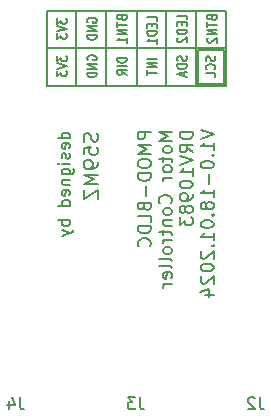
<source format=gbo>
G04 #@! TF.GenerationSoftware,KiCad,Pcbnew,7.0.9-7.0.9~ubuntu20.04.1*
G04 #@! TF.CreationDate,2024-01-18T00:40:07+01:00*
G04 #@! TF.ProjectId,kicad-pmod_bldc,6b696361-642d-4706-9d6f-645f626c6463,1.0*
G04 #@! TF.SameCoordinates,Original*
G04 #@! TF.FileFunction,Legend,Bot*
G04 #@! TF.FilePolarity,Positive*
%FSLAX46Y46*%
G04 Gerber Fmt 4.6, Leading zero omitted, Abs format (unit mm)*
G04 Created by KiCad (PCBNEW 7.0.9-7.0.9~ubuntu20.04.1) date 2024-01-18 00:40:07*
%MOMM*%
%LPD*%
G01*
G04 APERTURE LIST*
%ADD10C,0.200000*%
%ADD11C,0.150000*%
%ADD12R,1.700000X1.700000*%
%ADD13O,1.700000X1.700000*%
%ADD14R,3.000000X3.000000*%
%ADD15C,3.000000*%
G04 APERTURE END LIST*
D10*
X110910600Y-70083149D02*
X110967742Y-70254578D01*
X110967742Y-70254578D02*
X110967742Y-70540292D01*
X110967742Y-70540292D02*
X110910600Y-70654578D01*
X110910600Y-70654578D02*
X110853457Y-70711720D01*
X110853457Y-70711720D02*
X110739171Y-70768863D01*
X110739171Y-70768863D02*
X110624885Y-70768863D01*
X110624885Y-70768863D02*
X110510600Y-70711720D01*
X110510600Y-70711720D02*
X110453457Y-70654578D01*
X110453457Y-70654578D02*
X110396314Y-70540292D01*
X110396314Y-70540292D02*
X110339171Y-70311720D01*
X110339171Y-70311720D02*
X110282028Y-70197435D01*
X110282028Y-70197435D02*
X110224885Y-70140292D01*
X110224885Y-70140292D02*
X110110600Y-70083149D01*
X110110600Y-70083149D02*
X109996314Y-70083149D01*
X109996314Y-70083149D02*
X109882028Y-70140292D01*
X109882028Y-70140292D02*
X109824885Y-70197435D01*
X109824885Y-70197435D02*
X109767742Y-70311720D01*
X109767742Y-70311720D02*
X109767742Y-70597435D01*
X109767742Y-70597435D02*
X109824885Y-70768863D01*
X109767742Y-71854577D02*
X109767742Y-71283149D01*
X109767742Y-71283149D02*
X110339171Y-71226006D01*
X110339171Y-71226006D02*
X110282028Y-71283149D01*
X110282028Y-71283149D02*
X110224885Y-71397435D01*
X110224885Y-71397435D02*
X110224885Y-71683149D01*
X110224885Y-71683149D02*
X110282028Y-71797435D01*
X110282028Y-71797435D02*
X110339171Y-71854577D01*
X110339171Y-71854577D02*
X110453457Y-71911720D01*
X110453457Y-71911720D02*
X110739171Y-71911720D01*
X110739171Y-71911720D02*
X110853457Y-71854577D01*
X110853457Y-71854577D02*
X110910600Y-71797435D01*
X110910600Y-71797435D02*
X110967742Y-71683149D01*
X110967742Y-71683149D02*
X110967742Y-71397435D01*
X110967742Y-71397435D02*
X110910600Y-71283149D01*
X110910600Y-71283149D02*
X110853457Y-71226006D01*
X110967742Y-72483149D02*
X110967742Y-72711720D01*
X110967742Y-72711720D02*
X110910600Y-72826006D01*
X110910600Y-72826006D02*
X110853457Y-72883149D01*
X110853457Y-72883149D02*
X110682028Y-72997434D01*
X110682028Y-72997434D02*
X110453457Y-73054577D01*
X110453457Y-73054577D02*
X109996314Y-73054577D01*
X109996314Y-73054577D02*
X109882028Y-72997434D01*
X109882028Y-72997434D02*
X109824885Y-72940292D01*
X109824885Y-72940292D02*
X109767742Y-72826006D01*
X109767742Y-72826006D02*
X109767742Y-72597434D01*
X109767742Y-72597434D02*
X109824885Y-72483149D01*
X109824885Y-72483149D02*
X109882028Y-72426006D01*
X109882028Y-72426006D02*
X109996314Y-72368863D01*
X109996314Y-72368863D02*
X110282028Y-72368863D01*
X110282028Y-72368863D02*
X110396314Y-72426006D01*
X110396314Y-72426006D02*
X110453457Y-72483149D01*
X110453457Y-72483149D02*
X110510600Y-72597434D01*
X110510600Y-72597434D02*
X110510600Y-72826006D01*
X110510600Y-72826006D02*
X110453457Y-72940292D01*
X110453457Y-72940292D02*
X110396314Y-72997434D01*
X110396314Y-72997434D02*
X110282028Y-73054577D01*
X110967742Y-73568863D02*
X109767742Y-73568863D01*
X109767742Y-73568863D02*
X110624885Y-73968863D01*
X110624885Y-73968863D02*
X109767742Y-74368863D01*
X109767742Y-74368863D02*
X110967742Y-74368863D01*
X109767742Y-74826006D02*
X109767742Y-75626006D01*
X109767742Y-75626006D02*
X110967742Y-74826006D01*
X110967742Y-74826006D02*
X110967742Y-75626006D01*
D11*
X108581819Y-70488350D02*
X107581819Y-70488350D01*
X108534200Y-70488350D02*
X108581819Y-70393112D01*
X108581819Y-70393112D02*
X108581819Y-70202636D01*
X108581819Y-70202636D02*
X108534200Y-70107398D01*
X108534200Y-70107398D02*
X108486580Y-70059779D01*
X108486580Y-70059779D02*
X108391342Y-70012160D01*
X108391342Y-70012160D02*
X108105628Y-70012160D01*
X108105628Y-70012160D02*
X108010390Y-70059779D01*
X108010390Y-70059779D02*
X107962771Y-70107398D01*
X107962771Y-70107398D02*
X107915152Y-70202636D01*
X107915152Y-70202636D02*
X107915152Y-70393112D01*
X107915152Y-70393112D02*
X107962771Y-70488350D01*
X108534200Y-71345493D02*
X108581819Y-71250255D01*
X108581819Y-71250255D02*
X108581819Y-71059779D01*
X108581819Y-71059779D02*
X108534200Y-70964541D01*
X108534200Y-70964541D02*
X108438961Y-70916922D01*
X108438961Y-70916922D02*
X108058009Y-70916922D01*
X108058009Y-70916922D02*
X107962771Y-70964541D01*
X107962771Y-70964541D02*
X107915152Y-71059779D01*
X107915152Y-71059779D02*
X107915152Y-71250255D01*
X107915152Y-71250255D02*
X107962771Y-71345493D01*
X107962771Y-71345493D02*
X108058009Y-71393112D01*
X108058009Y-71393112D02*
X108153247Y-71393112D01*
X108153247Y-71393112D02*
X108248485Y-70916922D01*
X108534200Y-71774065D02*
X108581819Y-71869303D01*
X108581819Y-71869303D02*
X108581819Y-72059779D01*
X108581819Y-72059779D02*
X108534200Y-72155017D01*
X108534200Y-72155017D02*
X108438961Y-72202636D01*
X108438961Y-72202636D02*
X108391342Y-72202636D01*
X108391342Y-72202636D02*
X108296104Y-72155017D01*
X108296104Y-72155017D02*
X108248485Y-72059779D01*
X108248485Y-72059779D02*
X108248485Y-71916922D01*
X108248485Y-71916922D02*
X108200866Y-71821684D01*
X108200866Y-71821684D02*
X108105628Y-71774065D01*
X108105628Y-71774065D02*
X108058009Y-71774065D01*
X108058009Y-71774065D02*
X107962771Y-71821684D01*
X107962771Y-71821684D02*
X107915152Y-71916922D01*
X107915152Y-71916922D02*
X107915152Y-72059779D01*
X107915152Y-72059779D02*
X107962771Y-72155017D01*
X108581819Y-72631208D02*
X107915152Y-72631208D01*
X107581819Y-72631208D02*
X107629438Y-72583589D01*
X107629438Y-72583589D02*
X107677057Y-72631208D01*
X107677057Y-72631208D02*
X107629438Y-72678827D01*
X107629438Y-72678827D02*
X107581819Y-72631208D01*
X107581819Y-72631208D02*
X107677057Y-72631208D01*
X107915152Y-73535969D02*
X108724676Y-73535969D01*
X108724676Y-73535969D02*
X108819914Y-73488350D01*
X108819914Y-73488350D02*
X108867533Y-73440731D01*
X108867533Y-73440731D02*
X108915152Y-73345493D01*
X108915152Y-73345493D02*
X108915152Y-73202636D01*
X108915152Y-73202636D02*
X108867533Y-73107398D01*
X108534200Y-73535969D02*
X108581819Y-73440731D01*
X108581819Y-73440731D02*
X108581819Y-73250255D01*
X108581819Y-73250255D02*
X108534200Y-73155017D01*
X108534200Y-73155017D02*
X108486580Y-73107398D01*
X108486580Y-73107398D02*
X108391342Y-73059779D01*
X108391342Y-73059779D02*
X108105628Y-73059779D01*
X108105628Y-73059779D02*
X108010390Y-73107398D01*
X108010390Y-73107398D02*
X107962771Y-73155017D01*
X107962771Y-73155017D02*
X107915152Y-73250255D01*
X107915152Y-73250255D02*
X107915152Y-73440731D01*
X107915152Y-73440731D02*
X107962771Y-73535969D01*
X107915152Y-74012160D02*
X108581819Y-74012160D01*
X108010390Y-74012160D02*
X107962771Y-74059779D01*
X107962771Y-74059779D02*
X107915152Y-74155017D01*
X107915152Y-74155017D02*
X107915152Y-74297874D01*
X107915152Y-74297874D02*
X107962771Y-74393112D01*
X107962771Y-74393112D02*
X108058009Y-74440731D01*
X108058009Y-74440731D02*
X108581819Y-74440731D01*
X108534200Y-75297874D02*
X108581819Y-75202636D01*
X108581819Y-75202636D02*
X108581819Y-75012160D01*
X108581819Y-75012160D02*
X108534200Y-74916922D01*
X108534200Y-74916922D02*
X108438961Y-74869303D01*
X108438961Y-74869303D02*
X108058009Y-74869303D01*
X108058009Y-74869303D02*
X107962771Y-74916922D01*
X107962771Y-74916922D02*
X107915152Y-75012160D01*
X107915152Y-75012160D02*
X107915152Y-75202636D01*
X107915152Y-75202636D02*
X107962771Y-75297874D01*
X107962771Y-75297874D02*
X108058009Y-75345493D01*
X108058009Y-75345493D02*
X108153247Y-75345493D01*
X108153247Y-75345493D02*
X108248485Y-74869303D01*
X108581819Y-76202636D02*
X107581819Y-76202636D01*
X108534200Y-76202636D02*
X108581819Y-76107398D01*
X108581819Y-76107398D02*
X108581819Y-75916922D01*
X108581819Y-75916922D02*
X108534200Y-75821684D01*
X108534200Y-75821684D02*
X108486580Y-75774065D01*
X108486580Y-75774065D02*
X108391342Y-75726446D01*
X108391342Y-75726446D02*
X108105628Y-75726446D01*
X108105628Y-75726446D02*
X108010390Y-75774065D01*
X108010390Y-75774065D02*
X107962771Y-75821684D01*
X107962771Y-75821684D02*
X107915152Y-75916922D01*
X107915152Y-75916922D02*
X107915152Y-76107398D01*
X107915152Y-76107398D02*
X107962771Y-76202636D01*
X108581819Y-77440732D02*
X107581819Y-77440732D01*
X107962771Y-77440732D02*
X107915152Y-77535970D01*
X107915152Y-77535970D02*
X107915152Y-77726446D01*
X107915152Y-77726446D02*
X107962771Y-77821684D01*
X107962771Y-77821684D02*
X108010390Y-77869303D01*
X108010390Y-77869303D02*
X108105628Y-77916922D01*
X108105628Y-77916922D02*
X108391342Y-77916922D01*
X108391342Y-77916922D02*
X108486580Y-77869303D01*
X108486580Y-77869303D02*
X108534200Y-77821684D01*
X108534200Y-77821684D02*
X108581819Y-77726446D01*
X108581819Y-77726446D02*
X108581819Y-77535970D01*
X108581819Y-77535970D02*
X108534200Y-77440732D01*
X107915152Y-78250256D02*
X108581819Y-78488351D01*
X107915152Y-78726446D02*
X108581819Y-78488351D01*
X108581819Y-78488351D02*
X108819914Y-78393113D01*
X108819914Y-78393113D02*
X108867533Y-78345494D01*
X108867533Y-78345494D02*
X108915152Y-78250256D01*
X115448580Y-69956588D02*
X114348580Y-69956588D01*
X114348580Y-69956588D02*
X114348580Y-70375636D01*
X114348580Y-70375636D02*
X114400961Y-70480398D01*
X114400961Y-70480398D02*
X114453342Y-70532779D01*
X114453342Y-70532779D02*
X114558104Y-70585160D01*
X114558104Y-70585160D02*
X114715247Y-70585160D01*
X114715247Y-70585160D02*
X114820009Y-70532779D01*
X114820009Y-70532779D02*
X114872390Y-70480398D01*
X114872390Y-70480398D02*
X114924771Y-70375636D01*
X114924771Y-70375636D02*
X114924771Y-69956588D01*
X115448580Y-71056588D02*
X114348580Y-71056588D01*
X114348580Y-71056588D02*
X115134295Y-71423255D01*
X115134295Y-71423255D02*
X114348580Y-71789922D01*
X114348580Y-71789922D02*
X115448580Y-71789922D01*
X114348580Y-72523255D02*
X114348580Y-72732779D01*
X114348580Y-72732779D02*
X114400961Y-72837541D01*
X114400961Y-72837541D02*
X114505723Y-72942303D01*
X114505723Y-72942303D02*
X114715247Y-72994684D01*
X114715247Y-72994684D02*
X115081914Y-72994684D01*
X115081914Y-72994684D02*
X115291438Y-72942303D01*
X115291438Y-72942303D02*
X115396200Y-72837541D01*
X115396200Y-72837541D02*
X115448580Y-72732779D01*
X115448580Y-72732779D02*
X115448580Y-72523255D01*
X115448580Y-72523255D02*
X115396200Y-72418493D01*
X115396200Y-72418493D02*
X115291438Y-72313731D01*
X115291438Y-72313731D02*
X115081914Y-72261350D01*
X115081914Y-72261350D02*
X114715247Y-72261350D01*
X114715247Y-72261350D02*
X114505723Y-72313731D01*
X114505723Y-72313731D02*
X114400961Y-72418493D01*
X114400961Y-72418493D02*
X114348580Y-72523255D01*
X115448580Y-73466112D02*
X114348580Y-73466112D01*
X114348580Y-73466112D02*
X114348580Y-73728017D01*
X114348580Y-73728017D02*
X114400961Y-73885160D01*
X114400961Y-73885160D02*
X114505723Y-73989922D01*
X114505723Y-73989922D02*
X114610485Y-74042303D01*
X114610485Y-74042303D02*
X114820009Y-74094684D01*
X114820009Y-74094684D02*
X114977152Y-74094684D01*
X114977152Y-74094684D02*
X115186676Y-74042303D01*
X115186676Y-74042303D02*
X115291438Y-73989922D01*
X115291438Y-73989922D02*
X115396200Y-73885160D01*
X115396200Y-73885160D02*
X115448580Y-73728017D01*
X115448580Y-73728017D02*
X115448580Y-73466112D01*
X115029533Y-74566112D02*
X115029533Y-75404208D01*
X114872390Y-76294684D02*
X114924771Y-76451827D01*
X114924771Y-76451827D02*
X114977152Y-76504208D01*
X114977152Y-76504208D02*
X115081914Y-76556589D01*
X115081914Y-76556589D02*
X115239057Y-76556589D01*
X115239057Y-76556589D02*
X115343819Y-76504208D01*
X115343819Y-76504208D02*
X115396200Y-76451827D01*
X115396200Y-76451827D02*
X115448580Y-76347065D01*
X115448580Y-76347065D02*
X115448580Y-75928017D01*
X115448580Y-75928017D02*
X114348580Y-75928017D01*
X114348580Y-75928017D02*
X114348580Y-76294684D01*
X114348580Y-76294684D02*
X114400961Y-76399446D01*
X114400961Y-76399446D02*
X114453342Y-76451827D01*
X114453342Y-76451827D02*
X114558104Y-76504208D01*
X114558104Y-76504208D02*
X114662866Y-76504208D01*
X114662866Y-76504208D02*
X114767628Y-76451827D01*
X114767628Y-76451827D02*
X114820009Y-76399446D01*
X114820009Y-76399446D02*
X114872390Y-76294684D01*
X114872390Y-76294684D02*
X114872390Y-75928017D01*
X115448580Y-77551827D02*
X115448580Y-77028017D01*
X115448580Y-77028017D02*
X114348580Y-77028017D01*
X115448580Y-77918493D02*
X114348580Y-77918493D01*
X114348580Y-77918493D02*
X114348580Y-78180398D01*
X114348580Y-78180398D02*
X114400961Y-78337541D01*
X114400961Y-78337541D02*
X114505723Y-78442303D01*
X114505723Y-78442303D02*
X114610485Y-78494684D01*
X114610485Y-78494684D02*
X114820009Y-78547065D01*
X114820009Y-78547065D02*
X114977152Y-78547065D01*
X114977152Y-78547065D02*
X115186676Y-78494684D01*
X115186676Y-78494684D02*
X115291438Y-78442303D01*
X115291438Y-78442303D02*
X115396200Y-78337541D01*
X115396200Y-78337541D02*
X115448580Y-78180398D01*
X115448580Y-78180398D02*
X115448580Y-77918493D01*
X115343819Y-79647065D02*
X115396200Y-79594684D01*
X115396200Y-79594684D02*
X115448580Y-79437541D01*
X115448580Y-79437541D02*
X115448580Y-79332779D01*
X115448580Y-79332779D02*
X115396200Y-79175636D01*
X115396200Y-79175636D02*
X115291438Y-79070874D01*
X115291438Y-79070874D02*
X115186676Y-79018493D01*
X115186676Y-79018493D02*
X114977152Y-78966112D01*
X114977152Y-78966112D02*
X114820009Y-78966112D01*
X114820009Y-78966112D02*
X114610485Y-79018493D01*
X114610485Y-79018493D02*
X114505723Y-79070874D01*
X114505723Y-79070874D02*
X114400961Y-79175636D01*
X114400961Y-79175636D02*
X114348580Y-79332779D01*
X114348580Y-79332779D02*
X114348580Y-79437541D01*
X114348580Y-79437541D02*
X114400961Y-79594684D01*
X114400961Y-79594684D02*
X114453342Y-79647065D01*
X117219580Y-69956588D02*
X116119580Y-69956588D01*
X116119580Y-69956588D02*
X116905295Y-70323255D01*
X116905295Y-70323255D02*
X116119580Y-70689922D01*
X116119580Y-70689922D02*
X117219580Y-70689922D01*
X117219580Y-71370874D02*
X117167200Y-71266112D01*
X117167200Y-71266112D02*
X117114819Y-71213731D01*
X117114819Y-71213731D02*
X117010057Y-71161350D01*
X117010057Y-71161350D02*
X116695771Y-71161350D01*
X116695771Y-71161350D02*
X116591009Y-71213731D01*
X116591009Y-71213731D02*
X116538628Y-71266112D01*
X116538628Y-71266112D02*
X116486247Y-71370874D01*
X116486247Y-71370874D02*
X116486247Y-71528017D01*
X116486247Y-71528017D02*
X116538628Y-71632779D01*
X116538628Y-71632779D02*
X116591009Y-71685160D01*
X116591009Y-71685160D02*
X116695771Y-71737541D01*
X116695771Y-71737541D02*
X117010057Y-71737541D01*
X117010057Y-71737541D02*
X117114819Y-71685160D01*
X117114819Y-71685160D02*
X117167200Y-71632779D01*
X117167200Y-71632779D02*
X117219580Y-71528017D01*
X117219580Y-71528017D02*
X117219580Y-71370874D01*
X116486247Y-72051826D02*
X116486247Y-72470874D01*
X116119580Y-72208969D02*
X117062438Y-72208969D01*
X117062438Y-72208969D02*
X117167200Y-72261350D01*
X117167200Y-72261350D02*
X117219580Y-72366112D01*
X117219580Y-72366112D02*
X117219580Y-72470874D01*
X117219580Y-72994683D02*
X117167200Y-72889921D01*
X117167200Y-72889921D02*
X117114819Y-72837540D01*
X117114819Y-72837540D02*
X117010057Y-72785159D01*
X117010057Y-72785159D02*
X116695771Y-72785159D01*
X116695771Y-72785159D02*
X116591009Y-72837540D01*
X116591009Y-72837540D02*
X116538628Y-72889921D01*
X116538628Y-72889921D02*
X116486247Y-72994683D01*
X116486247Y-72994683D02*
X116486247Y-73151826D01*
X116486247Y-73151826D02*
X116538628Y-73256588D01*
X116538628Y-73256588D02*
X116591009Y-73308969D01*
X116591009Y-73308969D02*
X116695771Y-73361350D01*
X116695771Y-73361350D02*
X117010057Y-73361350D01*
X117010057Y-73361350D02*
X117114819Y-73308969D01*
X117114819Y-73308969D02*
X117167200Y-73256588D01*
X117167200Y-73256588D02*
X117219580Y-73151826D01*
X117219580Y-73151826D02*
X117219580Y-72994683D01*
X117219580Y-73832778D02*
X116486247Y-73832778D01*
X116695771Y-73832778D02*
X116591009Y-73885159D01*
X116591009Y-73885159D02*
X116538628Y-73937540D01*
X116538628Y-73937540D02*
X116486247Y-74042302D01*
X116486247Y-74042302D02*
X116486247Y-74147064D01*
X117114819Y-75980397D02*
X117167200Y-75928016D01*
X117167200Y-75928016D02*
X117219580Y-75770873D01*
X117219580Y-75770873D02*
X117219580Y-75666111D01*
X117219580Y-75666111D02*
X117167200Y-75508968D01*
X117167200Y-75508968D02*
X117062438Y-75404206D01*
X117062438Y-75404206D02*
X116957676Y-75351825D01*
X116957676Y-75351825D02*
X116748152Y-75299444D01*
X116748152Y-75299444D02*
X116591009Y-75299444D01*
X116591009Y-75299444D02*
X116381485Y-75351825D01*
X116381485Y-75351825D02*
X116276723Y-75404206D01*
X116276723Y-75404206D02*
X116171961Y-75508968D01*
X116171961Y-75508968D02*
X116119580Y-75666111D01*
X116119580Y-75666111D02*
X116119580Y-75770873D01*
X116119580Y-75770873D02*
X116171961Y-75928016D01*
X116171961Y-75928016D02*
X116224342Y-75980397D01*
X117219580Y-76608968D02*
X117167200Y-76504206D01*
X117167200Y-76504206D02*
X117114819Y-76451825D01*
X117114819Y-76451825D02*
X117010057Y-76399444D01*
X117010057Y-76399444D02*
X116695771Y-76399444D01*
X116695771Y-76399444D02*
X116591009Y-76451825D01*
X116591009Y-76451825D02*
X116538628Y-76504206D01*
X116538628Y-76504206D02*
X116486247Y-76608968D01*
X116486247Y-76608968D02*
X116486247Y-76766111D01*
X116486247Y-76766111D02*
X116538628Y-76870873D01*
X116538628Y-76870873D02*
X116591009Y-76923254D01*
X116591009Y-76923254D02*
X116695771Y-76975635D01*
X116695771Y-76975635D02*
X117010057Y-76975635D01*
X117010057Y-76975635D02*
X117114819Y-76923254D01*
X117114819Y-76923254D02*
X117167200Y-76870873D01*
X117167200Y-76870873D02*
X117219580Y-76766111D01*
X117219580Y-76766111D02*
X117219580Y-76608968D01*
X116486247Y-77447063D02*
X117219580Y-77447063D01*
X116591009Y-77447063D02*
X116538628Y-77499444D01*
X116538628Y-77499444D02*
X116486247Y-77604206D01*
X116486247Y-77604206D02*
X116486247Y-77761349D01*
X116486247Y-77761349D02*
X116538628Y-77866111D01*
X116538628Y-77866111D02*
X116643390Y-77918492D01*
X116643390Y-77918492D02*
X117219580Y-77918492D01*
X116486247Y-78285158D02*
X116486247Y-78704206D01*
X116119580Y-78442301D02*
X117062438Y-78442301D01*
X117062438Y-78442301D02*
X117167200Y-78494682D01*
X117167200Y-78494682D02*
X117219580Y-78599444D01*
X117219580Y-78599444D02*
X117219580Y-78704206D01*
X117219580Y-79070872D02*
X116486247Y-79070872D01*
X116695771Y-79070872D02*
X116591009Y-79123253D01*
X116591009Y-79123253D02*
X116538628Y-79175634D01*
X116538628Y-79175634D02*
X116486247Y-79280396D01*
X116486247Y-79280396D02*
X116486247Y-79385158D01*
X117219580Y-79908967D02*
X117167200Y-79804205D01*
X117167200Y-79804205D02*
X117114819Y-79751824D01*
X117114819Y-79751824D02*
X117010057Y-79699443D01*
X117010057Y-79699443D02*
X116695771Y-79699443D01*
X116695771Y-79699443D02*
X116591009Y-79751824D01*
X116591009Y-79751824D02*
X116538628Y-79804205D01*
X116538628Y-79804205D02*
X116486247Y-79908967D01*
X116486247Y-79908967D02*
X116486247Y-80066110D01*
X116486247Y-80066110D02*
X116538628Y-80170872D01*
X116538628Y-80170872D02*
X116591009Y-80223253D01*
X116591009Y-80223253D02*
X116695771Y-80275634D01*
X116695771Y-80275634D02*
X117010057Y-80275634D01*
X117010057Y-80275634D02*
X117114819Y-80223253D01*
X117114819Y-80223253D02*
X117167200Y-80170872D01*
X117167200Y-80170872D02*
X117219580Y-80066110D01*
X117219580Y-80066110D02*
X117219580Y-79908967D01*
X117219580Y-80904205D02*
X117167200Y-80799443D01*
X117167200Y-80799443D02*
X117062438Y-80747062D01*
X117062438Y-80747062D02*
X116119580Y-80747062D01*
X117219580Y-81480395D02*
X117167200Y-81375633D01*
X117167200Y-81375633D02*
X117062438Y-81323252D01*
X117062438Y-81323252D02*
X116119580Y-81323252D01*
X117167200Y-82318490D02*
X117219580Y-82213728D01*
X117219580Y-82213728D02*
X117219580Y-82004204D01*
X117219580Y-82004204D02*
X117167200Y-81899442D01*
X117167200Y-81899442D02*
X117062438Y-81847061D01*
X117062438Y-81847061D02*
X116643390Y-81847061D01*
X116643390Y-81847061D02*
X116538628Y-81899442D01*
X116538628Y-81899442D02*
X116486247Y-82004204D01*
X116486247Y-82004204D02*
X116486247Y-82213728D01*
X116486247Y-82213728D02*
X116538628Y-82318490D01*
X116538628Y-82318490D02*
X116643390Y-82370871D01*
X116643390Y-82370871D02*
X116748152Y-82370871D01*
X116748152Y-82370871D02*
X116852914Y-81847061D01*
X117219580Y-82842299D02*
X116486247Y-82842299D01*
X116695771Y-82842299D02*
X116591009Y-82894680D01*
X116591009Y-82894680D02*
X116538628Y-82947061D01*
X116538628Y-82947061D02*
X116486247Y-83051823D01*
X116486247Y-83051823D02*
X116486247Y-83156585D01*
X118990580Y-69956588D02*
X117890580Y-69956588D01*
X117890580Y-69956588D02*
X117890580Y-70218493D01*
X117890580Y-70218493D02*
X117942961Y-70375636D01*
X117942961Y-70375636D02*
X118047723Y-70480398D01*
X118047723Y-70480398D02*
X118152485Y-70532779D01*
X118152485Y-70532779D02*
X118362009Y-70585160D01*
X118362009Y-70585160D02*
X118519152Y-70585160D01*
X118519152Y-70585160D02*
X118728676Y-70532779D01*
X118728676Y-70532779D02*
X118833438Y-70480398D01*
X118833438Y-70480398D02*
X118938200Y-70375636D01*
X118938200Y-70375636D02*
X118990580Y-70218493D01*
X118990580Y-70218493D02*
X118990580Y-69956588D01*
X118990580Y-71685160D02*
X118466771Y-71318493D01*
X118990580Y-71056588D02*
X117890580Y-71056588D01*
X117890580Y-71056588D02*
X117890580Y-71475636D01*
X117890580Y-71475636D02*
X117942961Y-71580398D01*
X117942961Y-71580398D02*
X117995342Y-71632779D01*
X117995342Y-71632779D02*
X118100104Y-71685160D01*
X118100104Y-71685160D02*
X118257247Y-71685160D01*
X118257247Y-71685160D02*
X118362009Y-71632779D01*
X118362009Y-71632779D02*
X118414390Y-71580398D01*
X118414390Y-71580398D02*
X118466771Y-71475636D01*
X118466771Y-71475636D02*
X118466771Y-71056588D01*
X117890580Y-71999445D02*
X118990580Y-72366112D01*
X118990580Y-72366112D02*
X117890580Y-72732779D01*
X118990580Y-73675636D02*
X118990580Y-73047064D01*
X118990580Y-73361350D02*
X117890580Y-73361350D01*
X117890580Y-73361350D02*
X118047723Y-73256588D01*
X118047723Y-73256588D02*
X118152485Y-73151826D01*
X118152485Y-73151826D02*
X118204866Y-73047064D01*
X117890580Y-74356588D02*
X117890580Y-74461350D01*
X117890580Y-74461350D02*
X117942961Y-74566112D01*
X117942961Y-74566112D02*
X117995342Y-74618493D01*
X117995342Y-74618493D02*
X118100104Y-74670874D01*
X118100104Y-74670874D02*
X118309628Y-74723255D01*
X118309628Y-74723255D02*
X118571533Y-74723255D01*
X118571533Y-74723255D02*
X118781057Y-74670874D01*
X118781057Y-74670874D02*
X118885819Y-74618493D01*
X118885819Y-74618493D02*
X118938200Y-74566112D01*
X118938200Y-74566112D02*
X118990580Y-74461350D01*
X118990580Y-74461350D02*
X118990580Y-74356588D01*
X118990580Y-74356588D02*
X118938200Y-74251826D01*
X118938200Y-74251826D02*
X118885819Y-74199445D01*
X118885819Y-74199445D02*
X118781057Y-74147064D01*
X118781057Y-74147064D02*
X118571533Y-74094683D01*
X118571533Y-74094683D02*
X118309628Y-74094683D01*
X118309628Y-74094683D02*
X118100104Y-74147064D01*
X118100104Y-74147064D02*
X117995342Y-74199445D01*
X117995342Y-74199445D02*
X117942961Y-74251826D01*
X117942961Y-74251826D02*
X117890580Y-74356588D01*
X118990580Y-75247064D02*
X118990580Y-75456588D01*
X118990580Y-75456588D02*
X118938200Y-75561350D01*
X118938200Y-75561350D02*
X118885819Y-75613731D01*
X118885819Y-75613731D02*
X118728676Y-75718493D01*
X118728676Y-75718493D02*
X118519152Y-75770874D01*
X118519152Y-75770874D02*
X118100104Y-75770874D01*
X118100104Y-75770874D02*
X117995342Y-75718493D01*
X117995342Y-75718493D02*
X117942961Y-75666112D01*
X117942961Y-75666112D02*
X117890580Y-75561350D01*
X117890580Y-75561350D02*
X117890580Y-75351826D01*
X117890580Y-75351826D02*
X117942961Y-75247064D01*
X117942961Y-75247064D02*
X117995342Y-75194683D01*
X117995342Y-75194683D02*
X118100104Y-75142302D01*
X118100104Y-75142302D02*
X118362009Y-75142302D01*
X118362009Y-75142302D02*
X118466771Y-75194683D01*
X118466771Y-75194683D02*
X118519152Y-75247064D01*
X118519152Y-75247064D02*
X118571533Y-75351826D01*
X118571533Y-75351826D02*
X118571533Y-75561350D01*
X118571533Y-75561350D02*
X118519152Y-75666112D01*
X118519152Y-75666112D02*
X118466771Y-75718493D01*
X118466771Y-75718493D02*
X118362009Y-75770874D01*
X118362009Y-76399445D02*
X118309628Y-76294683D01*
X118309628Y-76294683D02*
X118257247Y-76242302D01*
X118257247Y-76242302D02*
X118152485Y-76189921D01*
X118152485Y-76189921D02*
X118100104Y-76189921D01*
X118100104Y-76189921D02*
X117995342Y-76242302D01*
X117995342Y-76242302D02*
X117942961Y-76294683D01*
X117942961Y-76294683D02*
X117890580Y-76399445D01*
X117890580Y-76399445D02*
X117890580Y-76608969D01*
X117890580Y-76608969D02*
X117942961Y-76713731D01*
X117942961Y-76713731D02*
X117995342Y-76766112D01*
X117995342Y-76766112D02*
X118100104Y-76818493D01*
X118100104Y-76818493D02*
X118152485Y-76818493D01*
X118152485Y-76818493D02*
X118257247Y-76766112D01*
X118257247Y-76766112D02*
X118309628Y-76713731D01*
X118309628Y-76713731D02*
X118362009Y-76608969D01*
X118362009Y-76608969D02*
X118362009Y-76399445D01*
X118362009Y-76399445D02*
X118414390Y-76294683D01*
X118414390Y-76294683D02*
X118466771Y-76242302D01*
X118466771Y-76242302D02*
X118571533Y-76189921D01*
X118571533Y-76189921D02*
X118781057Y-76189921D01*
X118781057Y-76189921D02*
X118885819Y-76242302D01*
X118885819Y-76242302D02*
X118938200Y-76294683D01*
X118938200Y-76294683D02*
X118990580Y-76399445D01*
X118990580Y-76399445D02*
X118990580Y-76608969D01*
X118990580Y-76608969D02*
X118938200Y-76713731D01*
X118938200Y-76713731D02*
X118885819Y-76766112D01*
X118885819Y-76766112D02*
X118781057Y-76818493D01*
X118781057Y-76818493D02*
X118571533Y-76818493D01*
X118571533Y-76818493D02*
X118466771Y-76766112D01*
X118466771Y-76766112D02*
X118414390Y-76713731D01*
X118414390Y-76713731D02*
X118362009Y-76608969D01*
X117890580Y-77185159D02*
X117890580Y-77866112D01*
X117890580Y-77866112D02*
X118309628Y-77499445D01*
X118309628Y-77499445D02*
X118309628Y-77656588D01*
X118309628Y-77656588D02*
X118362009Y-77761350D01*
X118362009Y-77761350D02*
X118414390Y-77813731D01*
X118414390Y-77813731D02*
X118519152Y-77866112D01*
X118519152Y-77866112D02*
X118781057Y-77866112D01*
X118781057Y-77866112D02*
X118885819Y-77813731D01*
X118885819Y-77813731D02*
X118938200Y-77761350D01*
X118938200Y-77761350D02*
X118990580Y-77656588D01*
X118990580Y-77656588D02*
X118990580Y-77342302D01*
X118990580Y-77342302D02*
X118938200Y-77237540D01*
X118938200Y-77237540D02*
X118885819Y-77185159D01*
X119661580Y-69799445D02*
X120761580Y-70166112D01*
X120761580Y-70166112D02*
X119661580Y-70532779D01*
X120761580Y-71475636D02*
X120761580Y-70847064D01*
X120761580Y-71161350D02*
X119661580Y-71161350D01*
X119661580Y-71161350D02*
X119818723Y-71056588D01*
X119818723Y-71056588D02*
X119923485Y-70951826D01*
X119923485Y-70951826D02*
X119975866Y-70847064D01*
X120656819Y-71947064D02*
X120709200Y-71999445D01*
X120709200Y-71999445D02*
X120761580Y-71947064D01*
X120761580Y-71947064D02*
X120709200Y-71894683D01*
X120709200Y-71894683D02*
X120656819Y-71947064D01*
X120656819Y-71947064D02*
X120761580Y-71947064D01*
X119661580Y-72680398D02*
X119661580Y-72785160D01*
X119661580Y-72785160D02*
X119713961Y-72889922D01*
X119713961Y-72889922D02*
X119766342Y-72942303D01*
X119766342Y-72942303D02*
X119871104Y-72994684D01*
X119871104Y-72994684D02*
X120080628Y-73047065D01*
X120080628Y-73047065D02*
X120342533Y-73047065D01*
X120342533Y-73047065D02*
X120552057Y-72994684D01*
X120552057Y-72994684D02*
X120656819Y-72942303D01*
X120656819Y-72942303D02*
X120709200Y-72889922D01*
X120709200Y-72889922D02*
X120761580Y-72785160D01*
X120761580Y-72785160D02*
X120761580Y-72680398D01*
X120761580Y-72680398D02*
X120709200Y-72575636D01*
X120709200Y-72575636D02*
X120656819Y-72523255D01*
X120656819Y-72523255D02*
X120552057Y-72470874D01*
X120552057Y-72470874D02*
X120342533Y-72418493D01*
X120342533Y-72418493D02*
X120080628Y-72418493D01*
X120080628Y-72418493D02*
X119871104Y-72470874D01*
X119871104Y-72470874D02*
X119766342Y-72523255D01*
X119766342Y-72523255D02*
X119713961Y-72575636D01*
X119713961Y-72575636D02*
X119661580Y-72680398D01*
X120342533Y-73518493D02*
X120342533Y-74356589D01*
X120761580Y-75456589D02*
X120761580Y-74828017D01*
X120761580Y-75142303D02*
X119661580Y-75142303D01*
X119661580Y-75142303D02*
X119818723Y-75037541D01*
X119818723Y-75037541D02*
X119923485Y-74932779D01*
X119923485Y-74932779D02*
X119975866Y-74828017D01*
X120133009Y-76085160D02*
X120080628Y-75980398D01*
X120080628Y-75980398D02*
X120028247Y-75928017D01*
X120028247Y-75928017D02*
X119923485Y-75875636D01*
X119923485Y-75875636D02*
X119871104Y-75875636D01*
X119871104Y-75875636D02*
X119766342Y-75928017D01*
X119766342Y-75928017D02*
X119713961Y-75980398D01*
X119713961Y-75980398D02*
X119661580Y-76085160D01*
X119661580Y-76085160D02*
X119661580Y-76294684D01*
X119661580Y-76294684D02*
X119713961Y-76399446D01*
X119713961Y-76399446D02*
X119766342Y-76451827D01*
X119766342Y-76451827D02*
X119871104Y-76504208D01*
X119871104Y-76504208D02*
X119923485Y-76504208D01*
X119923485Y-76504208D02*
X120028247Y-76451827D01*
X120028247Y-76451827D02*
X120080628Y-76399446D01*
X120080628Y-76399446D02*
X120133009Y-76294684D01*
X120133009Y-76294684D02*
X120133009Y-76085160D01*
X120133009Y-76085160D02*
X120185390Y-75980398D01*
X120185390Y-75980398D02*
X120237771Y-75928017D01*
X120237771Y-75928017D02*
X120342533Y-75875636D01*
X120342533Y-75875636D02*
X120552057Y-75875636D01*
X120552057Y-75875636D02*
X120656819Y-75928017D01*
X120656819Y-75928017D02*
X120709200Y-75980398D01*
X120709200Y-75980398D02*
X120761580Y-76085160D01*
X120761580Y-76085160D02*
X120761580Y-76294684D01*
X120761580Y-76294684D02*
X120709200Y-76399446D01*
X120709200Y-76399446D02*
X120656819Y-76451827D01*
X120656819Y-76451827D02*
X120552057Y-76504208D01*
X120552057Y-76504208D02*
X120342533Y-76504208D01*
X120342533Y-76504208D02*
X120237771Y-76451827D01*
X120237771Y-76451827D02*
X120185390Y-76399446D01*
X120185390Y-76399446D02*
X120133009Y-76294684D01*
X120656819Y-76975636D02*
X120709200Y-77028017D01*
X120709200Y-77028017D02*
X120761580Y-76975636D01*
X120761580Y-76975636D02*
X120709200Y-76923255D01*
X120709200Y-76923255D02*
X120656819Y-76975636D01*
X120656819Y-76975636D02*
X120761580Y-76975636D01*
X119661580Y-77708970D02*
X119661580Y-77813732D01*
X119661580Y-77813732D02*
X119713961Y-77918494D01*
X119713961Y-77918494D02*
X119766342Y-77970875D01*
X119766342Y-77970875D02*
X119871104Y-78023256D01*
X119871104Y-78023256D02*
X120080628Y-78075637D01*
X120080628Y-78075637D02*
X120342533Y-78075637D01*
X120342533Y-78075637D02*
X120552057Y-78023256D01*
X120552057Y-78023256D02*
X120656819Y-77970875D01*
X120656819Y-77970875D02*
X120709200Y-77918494D01*
X120709200Y-77918494D02*
X120761580Y-77813732D01*
X120761580Y-77813732D02*
X120761580Y-77708970D01*
X120761580Y-77708970D02*
X120709200Y-77604208D01*
X120709200Y-77604208D02*
X120656819Y-77551827D01*
X120656819Y-77551827D02*
X120552057Y-77499446D01*
X120552057Y-77499446D02*
X120342533Y-77447065D01*
X120342533Y-77447065D02*
X120080628Y-77447065D01*
X120080628Y-77447065D02*
X119871104Y-77499446D01*
X119871104Y-77499446D02*
X119766342Y-77551827D01*
X119766342Y-77551827D02*
X119713961Y-77604208D01*
X119713961Y-77604208D02*
X119661580Y-77708970D01*
X120761580Y-79123256D02*
X120761580Y-78494684D01*
X120761580Y-78808970D02*
X119661580Y-78808970D01*
X119661580Y-78808970D02*
X119818723Y-78704208D01*
X119818723Y-78704208D02*
X119923485Y-78599446D01*
X119923485Y-78599446D02*
X119975866Y-78494684D01*
X120656819Y-79594684D02*
X120709200Y-79647065D01*
X120709200Y-79647065D02*
X120761580Y-79594684D01*
X120761580Y-79594684D02*
X120709200Y-79542303D01*
X120709200Y-79542303D02*
X120656819Y-79594684D01*
X120656819Y-79594684D02*
X120761580Y-79594684D01*
X119766342Y-80066113D02*
X119713961Y-80118494D01*
X119713961Y-80118494D02*
X119661580Y-80223256D01*
X119661580Y-80223256D02*
X119661580Y-80485161D01*
X119661580Y-80485161D02*
X119713961Y-80589923D01*
X119713961Y-80589923D02*
X119766342Y-80642304D01*
X119766342Y-80642304D02*
X119871104Y-80694685D01*
X119871104Y-80694685D02*
X119975866Y-80694685D01*
X119975866Y-80694685D02*
X120133009Y-80642304D01*
X120133009Y-80642304D02*
X120761580Y-80013732D01*
X120761580Y-80013732D02*
X120761580Y-80694685D01*
X119661580Y-81375637D02*
X119661580Y-81480399D01*
X119661580Y-81480399D02*
X119713961Y-81585161D01*
X119713961Y-81585161D02*
X119766342Y-81637542D01*
X119766342Y-81637542D02*
X119871104Y-81689923D01*
X119871104Y-81689923D02*
X120080628Y-81742304D01*
X120080628Y-81742304D02*
X120342533Y-81742304D01*
X120342533Y-81742304D02*
X120552057Y-81689923D01*
X120552057Y-81689923D02*
X120656819Y-81637542D01*
X120656819Y-81637542D02*
X120709200Y-81585161D01*
X120709200Y-81585161D02*
X120761580Y-81480399D01*
X120761580Y-81480399D02*
X120761580Y-81375637D01*
X120761580Y-81375637D02*
X120709200Y-81270875D01*
X120709200Y-81270875D02*
X120656819Y-81218494D01*
X120656819Y-81218494D02*
X120552057Y-81166113D01*
X120552057Y-81166113D02*
X120342533Y-81113732D01*
X120342533Y-81113732D02*
X120080628Y-81113732D01*
X120080628Y-81113732D02*
X119871104Y-81166113D01*
X119871104Y-81166113D02*
X119766342Y-81218494D01*
X119766342Y-81218494D02*
X119713961Y-81270875D01*
X119713961Y-81270875D02*
X119661580Y-81375637D01*
X119766342Y-82161351D02*
X119713961Y-82213732D01*
X119713961Y-82213732D02*
X119661580Y-82318494D01*
X119661580Y-82318494D02*
X119661580Y-82580399D01*
X119661580Y-82580399D02*
X119713961Y-82685161D01*
X119713961Y-82685161D02*
X119766342Y-82737542D01*
X119766342Y-82737542D02*
X119871104Y-82789923D01*
X119871104Y-82789923D02*
X119975866Y-82789923D01*
X119975866Y-82789923D02*
X120133009Y-82737542D01*
X120133009Y-82737542D02*
X120761580Y-82108970D01*
X120761580Y-82108970D02*
X120761580Y-82789923D01*
X120028247Y-83732780D02*
X120761580Y-83732780D01*
X119609200Y-83470875D02*
X120394914Y-83208970D01*
X120394914Y-83208970D02*
X120394914Y-83889923D01*
X107512295Y-63522333D02*
X107512295Y-63955666D01*
X107512295Y-63955666D02*
X107817057Y-63722333D01*
X107817057Y-63722333D02*
X107817057Y-63822333D01*
X107817057Y-63822333D02*
X107855152Y-63888999D01*
X107855152Y-63888999D02*
X107893247Y-63922333D01*
X107893247Y-63922333D02*
X107969438Y-63955666D01*
X107969438Y-63955666D02*
X108159914Y-63955666D01*
X108159914Y-63955666D02*
X108236104Y-63922333D01*
X108236104Y-63922333D02*
X108274200Y-63888999D01*
X108274200Y-63888999D02*
X108312295Y-63822333D01*
X108312295Y-63822333D02*
X108312295Y-63622333D01*
X108312295Y-63622333D02*
X108274200Y-63555666D01*
X108274200Y-63555666D02*
X108236104Y-63522333D01*
X107512295Y-64155666D02*
X108312295Y-64389000D01*
X108312295Y-64389000D02*
X107512295Y-64622333D01*
X107512295Y-64789000D02*
X107512295Y-65222333D01*
X107512295Y-65222333D02*
X107817057Y-64989000D01*
X107817057Y-64989000D02*
X107817057Y-65089000D01*
X107817057Y-65089000D02*
X107855152Y-65155666D01*
X107855152Y-65155666D02*
X107893247Y-65189000D01*
X107893247Y-65189000D02*
X107969438Y-65222333D01*
X107969438Y-65222333D02*
X108159914Y-65222333D01*
X108159914Y-65222333D02*
X108236104Y-65189000D01*
X108236104Y-65189000D02*
X108274200Y-65155666D01*
X108274200Y-65155666D02*
X108312295Y-65089000D01*
X108312295Y-65089000D02*
X108312295Y-64889000D01*
X108312295Y-64889000D02*
X108274200Y-64822333D01*
X108274200Y-64822333D02*
X108236104Y-64789000D01*
X107512295Y-60347333D02*
X107512295Y-60780666D01*
X107512295Y-60780666D02*
X107817057Y-60547333D01*
X107817057Y-60547333D02*
X107817057Y-60647333D01*
X107817057Y-60647333D02*
X107855152Y-60713999D01*
X107855152Y-60713999D02*
X107893247Y-60747333D01*
X107893247Y-60747333D02*
X107969438Y-60780666D01*
X107969438Y-60780666D02*
X108159914Y-60780666D01*
X108159914Y-60780666D02*
X108236104Y-60747333D01*
X108236104Y-60747333D02*
X108274200Y-60713999D01*
X108274200Y-60713999D02*
X108312295Y-60647333D01*
X108312295Y-60647333D02*
X108312295Y-60447333D01*
X108312295Y-60447333D02*
X108274200Y-60380666D01*
X108274200Y-60380666D02*
X108236104Y-60347333D01*
X107512295Y-60980666D02*
X108312295Y-61214000D01*
X108312295Y-61214000D02*
X107512295Y-61447333D01*
X107512295Y-61614000D02*
X107512295Y-62047333D01*
X107512295Y-62047333D02*
X107817057Y-61814000D01*
X107817057Y-61814000D02*
X107817057Y-61914000D01*
X107817057Y-61914000D02*
X107855152Y-61980666D01*
X107855152Y-61980666D02*
X107893247Y-62014000D01*
X107893247Y-62014000D02*
X107969438Y-62047333D01*
X107969438Y-62047333D02*
X108159914Y-62047333D01*
X108159914Y-62047333D02*
X108236104Y-62014000D01*
X108236104Y-62014000D02*
X108274200Y-61980666D01*
X108274200Y-61980666D02*
X108312295Y-61914000D01*
X108312295Y-61914000D02*
X108312295Y-61714000D01*
X108312295Y-61714000D02*
X108274200Y-61647333D01*
X108274200Y-61647333D02*
X108236104Y-61614000D01*
X110090390Y-63855667D02*
X110052295Y-63789000D01*
X110052295Y-63789000D02*
X110052295Y-63689000D01*
X110052295Y-63689000D02*
X110090390Y-63589000D01*
X110090390Y-63589000D02*
X110166580Y-63522334D01*
X110166580Y-63522334D02*
X110242771Y-63489000D01*
X110242771Y-63489000D02*
X110395152Y-63455667D01*
X110395152Y-63455667D02*
X110509438Y-63455667D01*
X110509438Y-63455667D02*
X110661819Y-63489000D01*
X110661819Y-63489000D02*
X110738009Y-63522334D01*
X110738009Y-63522334D02*
X110814200Y-63589000D01*
X110814200Y-63589000D02*
X110852295Y-63689000D01*
X110852295Y-63689000D02*
X110852295Y-63755667D01*
X110852295Y-63755667D02*
X110814200Y-63855667D01*
X110814200Y-63855667D02*
X110776104Y-63889000D01*
X110776104Y-63889000D02*
X110509438Y-63889000D01*
X110509438Y-63889000D02*
X110509438Y-63755667D01*
X110852295Y-64189000D02*
X110052295Y-64189000D01*
X110052295Y-64189000D02*
X110852295Y-64589000D01*
X110852295Y-64589000D02*
X110052295Y-64589000D01*
X110852295Y-64922333D02*
X110052295Y-64922333D01*
X110052295Y-64922333D02*
X110052295Y-65089000D01*
X110052295Y-65089000D02*
X110090390Y-65189000D01*
X110090390Y-65189000D02*
X110166580Y-65255667D01*
X110166580Y-65255667D02*
X110242771Y-65289000D01*
X110242771Y-65289000D02*
X110395152Y-65322333D01*
X110395152Y-65322333D02*
X110509438Y-65322333D01*
X110509438Y-65322333D02*
X110661819Y-65289000D01*
X110661819Y-65289000D02*
X110738009Y-65255667D01*
X110738009Y-65255667D02*
X110814200Y-65189000D01*
X110814200Y-65189000D02*
X110852295Y-65089000D01*
X110852295Y-65089000D02*
X110852295Y-64922333D01*
X110090390Y-60680667D02*
X110052295Y-60614000D01*
X110052295Y-60614000D02*
X110052295Y-60514000D01*
X110052295Y-60514000D02*
X110090390Y-60414000D01*
X110090390Y-60414000D02*
X110166580Y-60347334D01*
X110166580Y-60347334D02*
X110242771Y-60314000D01*
X110242771Y-60314000D02*
X110395152Y-60280667D01*
X110395152Y-60280667D02*
X110509438Y-60280667D01*
X110509438Y-60280667D02*
X110661819Y-60314000D01*
X110661819Y-60314000D02*
X110738009Y-60347334D01*
X110738009Y-60347334D02*
X110814200Y-60414000D01*
X110814200Y-60414000D02*
X110852295Y-60514000D01*
X110852295Y-60514000D02*
X110852295Y-60580667D01*
X110852295Y-60580667D02*
X110814200Y-60680667D01*
X110814200Y-60680667D02*
X110776104Y-60714000D01*
X110776104Y-60714000D02*
X110509438Y-60714000D01*
X110509438Y-60714000D02*
X110509438Y-60580667D01*
X110852295Y-61014000D02*
X110052295Y-61014000D01*
X110052295Y-61014000D02*
X110852295Y-61414000D01*
X110852295Y-61414000D02*
X110052295Y-61414000D01*
X110852295Y-61747333D02*
X110052295Y-61747333D01*
X110052295Y-61747333D02*
X110052295Y-61914000D01*
X110052295Y-61914000D02*
X110090390Y-62014000D01*
X110090390Y-62014000D02*
X110166580Y-62080667D01*
X110166580Y-62080667D02*
X110242771Y-62114000D01*
X110242771Y-62114000D02*
X110395152Y-62147333D01*
X110395152Y-62147333D02*
X110509438Y-62147333D01*
X110509438Y-62147333D02*
X110661819Y-62114000D01*
X110661819Y-62114000D02*
X110738009Y-62080667D01*
X110738009Y-62080667D02*
X110814200Y-62014000D01*
X110814200Y-62014000D02*
X110852295Y-61914000D01*
X110852295Y-61914000D02*
X110852295Y-61747333D01*
X112973247Y-60297334D02*
X113011342Y-60397334D01*
X113011342Y-60397334D02*
X113049438Y-60430667D01*
X113049438Y-60430667D02*
X113125628Y-60464000D01*
X113125628Y-60464000D02*
X113239914Y-60464000D01*
X113239914Y-60464000D02*
X113316104Y-60430667D01*
X113316104Y-60430667D02*
X113354200Y-60397334D01*
X113354200Y-60397334D02*
X113392295Y-60330667D01*
X113392295Y-60330667D02*
X113392295Y-60064000D01*
X113392295Y-60064000D02*
X112592295Y-60064000D01*
X112592295Y-60064000D02*
X112592295Y-60297334D01*
X112592295Y-60297334D02*
X112630390Y-60364000D01*
X112630390Y-60364000D02*
X112668485Y-60397334D01*
X112668485Y-60397334D02*
X112744676Y-60430667D01*
X112744676Y-60430667D02*
X112820866Y-60430667D01*
X112820866Y-60430667D02*
X112897057Y-60397334D01*
X112897057Y-60397334D02*
X112935152Y-60364000D01*
X112935152Y-60364000D02*
X112973247Y-60297334D01*
X112973247Y-60297334D02*
X112973247Y-60064000D01*
X112592295Y-60664000D02*
X112592295Y-61064000D01*
X113392295Y-60864000D02*
X112592295Y-60864000D01*
X113392295Y-61297333D02*
X112592295Y-61297333D01*
X112592295Y-61297333D02*
X113392295Y-61697333D01*
X113392295Y-61697333D02*
X112592295Y-61697333D01*
X113392295Y-62397333D02*
X113392295Y-61997333D01*
X113392295Y-62197333D02*
X112592295Y-62197333D01*
X112592295Y-62197333D02*
X112706580Y-62130666D01*
X112706580Y-62130666D02*
X112782771Y-62064000D01*
X112782771Y-62064000D02*
X112820866Y-61997333D01*
X120593247Y-60297334D02*
X120631342Y-60397334D01*
X120631342Y-60397334D02*
X120669438Y-60430667D01*
X120669438Y-60430667D02*
X120745628Y-60464000D01*
X120745628Y-60464000D02*
X120859914Y-60464000D01*
X120859914Y-60464000D02*
X120936104Y-60430667D01*
X120936104Y-60430667D02*
X120974200Y-60397334D01*
X120974200Y-60397334D02*
X121012295Y-60330667D01*
X121012295Y-60330667D02*
X121012295Y-60064000D01*
X121012295Y-60064000D02*
X120212295Y-60064000D01*
X120212295Y-60064000D02*
X120212295Y-60297334D01*
X120212295Y-60297334D02*
X120250390Y-60364000D01*
X120250390Y-60364000D02*
X120288485Y-60397334D01*
X120288485Y-60397334D02*
X120364676Y-60430667D01*
X120364676Y-60430667D02*
X120440866Y-60430667D01*
X120440866Y-60430667D02*
X120517057Y-60397334D01*
X120517057Y-60397334D02*
X120555152Y-60364000D01*
X120555152Y-60364000D02*
X120593247Y-60297334D01*
X120593247Y-60297334D02*
X120593247Y-60064000D01*
X120212295Y-60664000D02*
X120212295Y-61064000D01*
X121012295Y-60864000D02*
X120212295Y-60864000D01*
X121012295Y-61297333D02*
X120212295Y-61297333D01*
X120212295Y-61297333D02*
X121012295Y-61697333D01*
X121012295Y-61697333D02*
X120212295Y-61697333D01*
X120288485Y-61997333D02*
X120250390Y-62030666D01*
X120250390Y-62030666D02*
X120212295Y-62097333D01*
X120212295Y-62097333D02*
X120212295Y-62264000D01*
X120212295Y-62264000D02*
X120250390Y-62330666D01*
X120250390Y-62330666D02*
X120288485Y-62364000D01*
X120288485Y-62364000D02*
X120364676Y-62397333D01*
X120364676Y-62397333D02*
X120440866Y-62397333D01*
X120440866Y-62397333D02*
X120555152Y-62364000D01*
X120555152Y-62364000D02*
X121012295Y-61964000D01*
X121012295Y-61964000D02*
X121012295Y-62397333D01*
X113392295Y-63689000D02*
X112592295Y-63689000D01*
X112592295Y-63689000D02*
X112592295Y-63855667D01*
X112592295Y-63855667D02*
X112630390Y-63955667D01*
X112630390Y-63955667D02*
X112706580Y-64022334D01*
X112706580Y-64022334D02*
X112782771Y-64055667D01*
X112782771Y-64055667D02*
X112935152Y-64089000D01*
X112935152Y-64089000D02*
X113049438Y-64089000D01*
X113049438Y-64089000D02*
X113201819Y-64055667D01*
X113201819Y-64055667D02*
X113278009Y-64022334D01*
X113278009Y-64022334D02*
X113354200Y-63955667D01*
X113354200Y-63955667D02*
X113392295Y-63855667D01*
X113392295Y-63855667D02*
X113392295Y-63689000D01*
X113392295Y-64389000D02*
X112592295Y-64389000D01*
X113392295Y-65122333D02*
X113011342Y-64889000D01*
X113392295Y-64722333D02*
X112592295Y-64722333D01*
X112592295Y-64722333D02*
X112592295Y-64989000D01*
X112592295Y-64989000D02*
X112630390Y-65055667D01*
X112630390Y-65055667D02*
X112668485Y-65089000D01*
X112668485Y-65089000D02*
X112744676Y-65122333D01*
X112744676Y-65122333D02*
X112858961Y-65122333D01*
X112858961Y-65122333D02*
X112935152Y-65089000D01*
X112935152Y-65089000D02*
X112973247Y-65055667D01*
X112973247Y-65055667D02*
X113011342Y-64989000D01*
X113011342Y-64989000D02*
X113011342Y-64722333D01*
X115932295Y-63755667D02*
X115132295Y-63755667D01*
X115932295Y-64089000D02*
X115132295Y-64089000D01*
X115132295Y-64089000D02*
X115932295Y-64489000D01*
X115932295Y-64489000D02*
X115132295Y-64489000D01*
X115132295Y-64722333D02*
X115132295Y-65122333D01*
X115932295Y-64922333D02*
X115132295Y-64922333D01*
X118434200Y-63539000D02*
X118472295Y-63639000D01*
X118472295Y-63639000D02*
X118472295Y-63805667D01*
X118472295Y-63805667D02*
X118434200Y-63872333D01*
X118434200Y-63872333D02*
X118396104Y-63905667D01*
X118396104Y-63905667D02*
X118319914Y-63939000D01*
X118319914Y-63939000D02*
X118243723Y-63939000D01*
X118243723Y-63939000D02*
X118167533Y-63905667D01*
X118167533Y-63905667D02*
X118129438Y-63872333D01*
X118129438Y-63872333D02*
X118091342Y-63805667D01*
X118091342Y-63805667D02*
X118053247Y-63672333D01*
X118053247Y-63672333D02*
X118015152Y-63605667D01*
X118015152Y-63605667D02*
X117977057Y-63572333D01*
X117977057Y-63572333D02*
X117900866Y-63539000D01*
X117900866Y-63539000D02*
X117824676Y-63539000D01*
X117824676Y-63539000D02*
X117748485Y-63572333D01*
X117748485Y-63572333D02*
X117710390Y-63605667D01*
X117710390Y-63605667D02*
X117672295Y-63672333D01*
X117672295Y-63672333D02*
X117672295Y-63839000D01*
X117672295Y-63839000D02*
X117710390Y-63939000D01*
X118472295Y-64239000D02*
X117672295Y-64239000D01*
X117672295Y-64239000D02*
X117672295Y-64405667D01*
X117672295Y-64405667D02*
X117710390Y-64505667D01*
X117710390Y-64505667D02*
X117786580Y-64572334D01*
X117786580Y-64572334D02*
X117862771Y-64605667D01*
X117862771Y-64605667D02*
X118015152Y-64639000D01*
X118015152Y-64639000D02*
X118129438Y-64639000D01*
X118129438Y-64639000D02*
X118281819Y-64605667D01*
X118281819Y-64605667D02*
X118358009Y-64572334D01*
X118358009Y-64572334D02*
X118434200Y-64505667D01*
X118434200Y-64505667D02*
X118472295Y-64405667D01*
X118472295Y-64405667D02*
X118472295Y-64239000D01*
X118243723Y-64905667D02*
X118243723Y-65239000D01*
X118472295Y-64839000D02*
X117672295Y-65072334D01*
X117672295Y-65072334D02*
X118472295Y-65305667D01*
X120847200Y-63555666D02*
X120885295Y-63655666D01*
X120885295Y-63655666D02*
X120885295Y-63822333D01*
X120885295Y-63822333D02*
X120847200Y-63888999D01*
X120847200Y-63888999D02*
X120809104Y-63922333D01*
X120809104Y-63922333D02*
X120732914Y-63955666D01*
X120732914Y-63955666D02*
X120656723Y-63955666D01*
X120656723Y-63955666D02*
X120580533Y-63922333D01*
X120580533Y-63922333D02*
X120542438Y-63888999D01*
X120542438Y-63888999D02*
X120504342Y-63822333D01*
X120504342Y-63822333D02*
X120466247Y-63688999D01*
X120466247Y-63688999D02*
X120428152Y-63622333D01*
X120428152Y-63622333D02*
X120390057Y-63588999D01*
X120390057Y-63588999D02*
X120313866Y-63555666D01*
X120313866Y-63555666D02*
X120237676Y-63555666D01*
X120237676Y-63555666D02*
X120161485Y-63588999D01*
X120161485Y-63588999D02*
X120123390Y-63622333D01*
X120123390Y-63622333D02*
X120085295Y-63688999D01*
X120085295Y-63688999D02*
X120085295Y-63855666D01*
X120085295Y-63855666D02*
X120123390Y-63955666D01*
X120809104Y-64655666D02*
X120847200Y-64622333D01*
X120847200Y-64622333D02*
X120885295Y-64522333D01*
X120885295Y-64522333D02*
X120885295Y-64455666D01*
X120885295Y-64455666D02*
X120847200Y-64355666D01*
X120847200Y-64355666D02*
X120771009Y-64289000D01*
X120771009Y-64289000D02*
X120694819Y-64255666D01*
X120694819Y-64255666D02*
X120542438Y-64222333D01*
X120542438Y-64222333D02*
X120428152Y-64222333D01*
X120428152Y-64222333D02*
X120275771Y-64255666D01*
X120275771Y-64255666D02*
X120199580Y-64289000D01*
X120199580Y-64289000D02*
X120123390Y-64355666D01*
X120123390Y-64355666D02*
X120085295Y-64455666D01*
X120085295Y-64455666D02*
X120085295Y-64522333D01*
X120085295Y-64522333D02*
X120123390Y-64622333D01*
X120123390Y-64622333D02*
X120161485Y-64655666D01*
X120885295Y-65289000D02*
X120885295Y-64955666D01*
X120885295Y-64955666D02*
X120085295Y-64955666D01*
X118472295Y-60430667D02*
X118472295Y-60097333D01*
X118472295Y-60097333D02*
X117672295Y-60097333D01*
X118053247Y-60664000D02*
X118053247Y-60897334D01*
X118472295Y-60997334D02*
X118472295Y-60664000D01*
X118472295Y-60664000D02*
X117672295Y-60664000D01*
X117672295Y-60664000D02*
X117672295Y-60997334D01*
X118472295Y-61297333D02*
X117672295Y-61297333D01*
X117672295Y-61297333D02*
X117672295Y-61464000D01*
X117672295Y-61464000D02*
X117710390Y-61564000D01*
X117710390Y-61564000D02*
X117786580Y-61630667D01*
X117786580Y-61630667D02*
X117862771Y-61664000D01*
X117862771Y-61664000D02*
X118015152Y-61697333D01*
X118015152Y-61697333D02*
X118129438Y-61697333D01*
X118129438Y-61697333D02*
X118281819Y-61664000D01*
X118281819Y-61664000D02*
X118358009Y-61630667D01*
X118358009Y-61630667D02*
X118434200Y-61564000D01*
X118434200Y-61564000D02*
X118472295Y-61464000D01*
X118472295Y-61464000D02*
X118472295Y-61297333D01*
X117748485Y-61964000D02*
X117710390Y-61997333D01*
X117710390Y-61997333D02*
X117672295Y-62064000D01*
X117672295Y-62064000D02*
X117672295Y-62230667D01*
X117672295Y-62230667D02*
X117710390Y-62297333D01*
X117710390Y-62297333D02*
X117748485Y-62330667D01*
X117748485Y-62330667D02*
X117824676Y-62364000D01*
X117824676Y-62364000D02*
X117900866Y-62364000D01*
X117900866Y-62364000D02*
X118015152Y-62330667D01*
X118015152Y-62330667D02*
X118472295Y-61930667D01*
X118472295Y-61930667D02*
X118472295Y-62364000D01*
X115932295Y-60557667D02*
X115932295Y-60224333D01*
X115932295Y-60224333D02*
X115132295Y-60224333D01*
X115513247Y-60791000D02*
X115513247Y-61024334D01*
X115932295Y-61124334D02*
X115932295Y-60791000D01*
X115932295Y-60791000D02*
X115132295Y-60791000D01*
X115132295Y-60791000D02*
X115132295Y-61124334D01*
X115932295Y-61424333D02*
X115132295Y-61424333D01*
X115132295Y-61424333D02*
X115132295Y-61591000D01*
X115132295Y-61591000D02*
X115170390Y-61691000D01*
X115170390Y-61691000D02*
X115246580Y-61757667D01*
X115246580Y-61757667D02*
X115322771Y-61791000D01*
X115322771Y-61791000D02*
X115475152Y-61824333D01*
X115475152Y-61824333D02*
X115589438Y-61824333D01*
X115589438Y-61824333D02*
X115741819Y-61791000D01*
X115741819Y-61791000D02*
X115818009Y-61757667D01*
X115818009Y-61757667D02*
X115894200Y-61691000D01*
X115894200Y-61691000D02*
X115932295Y-61591000D01*
X115932295Y-61591000D02*
X115932295Y-61424333D01*
X115932295Y-62491000D02*
X115932295Y-62091000D01*
X115932295Y-62291000D02*
X115132295Y-62291000D01*
X115132295Y-62291000D02*
X115246580Y-62224333D01*
X115246580Y-62224333D02*
X115322771Y-62157667D01*
X115322771Y-62157667D02*
X115360866Y-62091000D01*
X109093000Y-59690000D02*
X109093000Y-66040000D01*
X119253000Y-59690000D02*
X119253000Y-66040000D01*
X121793000Y-62865000D02*
X106680000Y-62865000D01*
X121793000Y-59690000D02*
X106680000Y-59690000D01*
X106680000Y-66040000D01*
X121793000Y-66040000D01*
X121793000Y-59690000D01*
X116713000Y-59690000D02*
X116713000Y-66040000D01*
X121602500Y-63042800D02*
X119443500Y-63042800D01*
X119443500Y-65862200D01*
X121602500Y-65862200D01*
X121602500Y-63042800D01*
X114300000Y-59690000D02*
X114300000Y-66040000D01*
X111633000Y-59690000D02*
X111633000Y-66040000D01*
X124666333Y-92418819D02*
X124666333Y-93133104D01*
X124666333Y-93133104D02*
X124713952Y-93275961D01*
X124713952Y-93275961D02*
X124809190Y-93371200D01*
X124809190Y-93371200D02*
X124952047Y-93418819D01*
X124952047Y-93418819D02*
X125047285Y-93418819D01*
X124237761Y-92514057D02*
X124190142Y-92466438D01*
X124190142Y-92466438D02*
X124094904Y-92418819D01*
X124094904Y-92418819D02*
X123856809Y-92418819D01*
X123856809Y-92418819D02*
X123761571Y-92466438D01*
X123761571Y-92466438D02*
X123713952Y-92514057D01*
X123713952Y-92514057D02*
X123666333Y-92609295D01*
X123666333Y-92609295D02*
X123666333Y-92704533D01*
X123666333Y-92704533D02*
X123713952Y-92847390D01*
X123713952Y-92847390D02*
X124285380Y-93418819D01*
X124285380Y-93418819D02*
X123666333Y-93418819D01*
X104346333Y-92418819D02*
X104346333Y-93133104D01*
X104346333Y-93133104D02*
X104393952Y-93275961D01*
X104393952Y-93275961D02*
X104489190Y-93371200D01*
X104489190Y-93371200D02*
X104632047Y-93418819D01*
X104632047Y-93418819D02*
X104727285Y-93418819D01*
X103441571Y-92752152D02*
X103441571Y-93418819D01*
X103679666Y-92371200D02*
X103917761Y-93085485D01*
X103917761Y-93085485D02*
X103298714Y-93085485D01*
X114506333Y-92418819D02*
X114506333Y-93133104D01*
X114506333Y-93133104D02*
X114553952Y-93275961D01*
X114553952Y-93275961D02*
X114649190Y-93371200D01*
X114649190Y-93371200D02*
X114792047Y-93418819D01*
X114792047Y-93418819D02*
X114887285Y-93418819D01*
X114125380Y-92418819D02*
X113506333Y-92418819D01*
X113506333Y-92418819D02*
X113839666Y-92799771D01*
X113839666Y-92799771D02*
X113696809Y-92799771D01*
X113696809Y-92799771D02*
X113601571Y-92847390D01*
X113601571Y-92847390D02*
X113553952Y-92895009D01*
X113553952Y-92895009D02*
X113506333Y-92990247D01*
X113506333Y-92990247D02*
X113506333Y-93228342D01*
X113506333Y-93228342D02*
X113553952Y-93323580D01*
X113553952Y-93323580D02*
X113601571Y-93371200D01*
X113601571Y-93371200D02*
X113696809Y-93418819D01*
X113696809Y-93418819D02*
X113982523Y-93418819D01*
X113982523Y-93418819D02*
X114077761Y-93371200D01*
X114077761Y-93371200D02*
X114125380Y-93323580D01*
%LPC*%
D12*
X120650000Y-57150000D03*
D13*
X120650000Y-54610000D03*
X118110000Y-57150000D03*
X118110000Y-54610000D03*
X115570000Y-57150000D03*
X115570000Y-54610000D03*
X113030000Y-57150000D03*
X113030000Y-54610000D03*
X110490000Y-57150000D03*
X110490000Y-54610000D03*
X107950000Y-57150000D03*
X107950000Y-54610000D03*
D14*
X121920000Y-96520000D03*
D15*
X127000000Y-96520000D03*
D14*
X101600000Y-96520000D03*
D15*
X106680000Y-96520000D03*
D14*
X111760000Y-96520000D03*
D15*
X116840000Y-96520000D03*
%LPD*%
M02*

</source>
